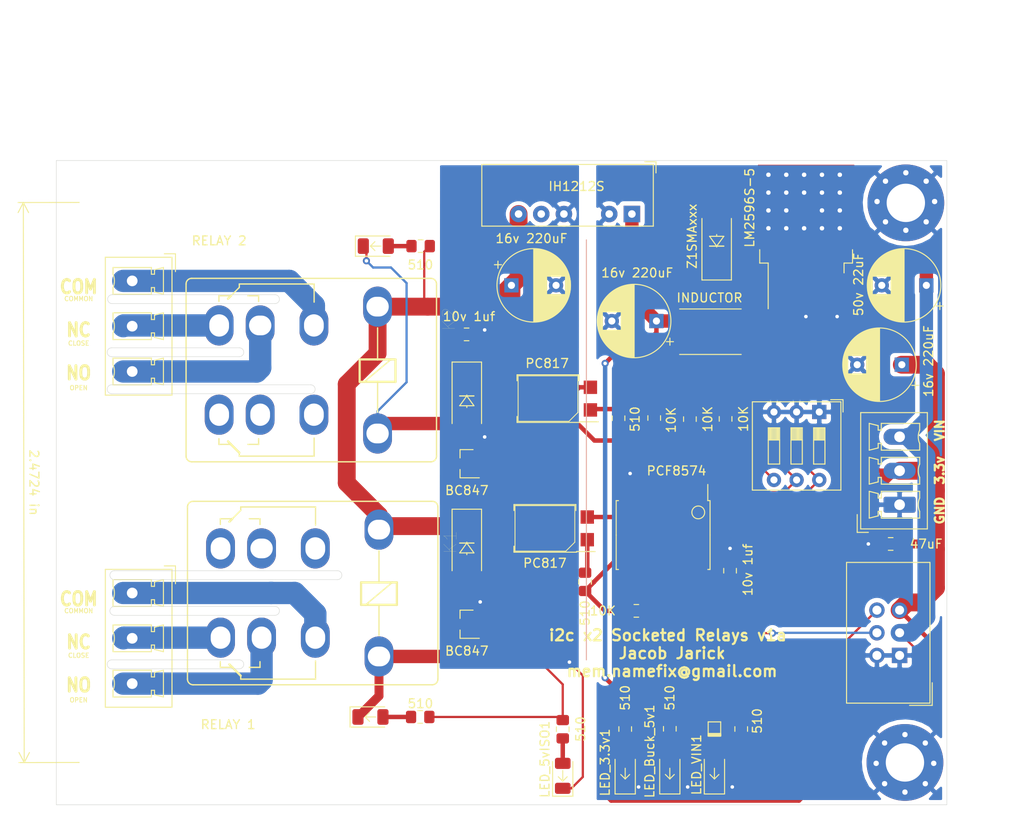
<source format=kicad_pcb>
(kicad_pcb (version 20171130) (host pcbnew "(5.1.4)-1")
  (layers (0 F.Cu signal) (31 B.Cu signal) (34 B.Paste user) (35 F.Paste user) (36 B.SilkS user) (37 F.SilkS user) (38 B.Mask user) (39 F.Mask user) (44 Edge.Cuts user))
  (net 0 "")
  (net 1 GND)
  (net 2 +VDC)
  (net 3 +5V)
  (net 4 +3V3)
  (net 5 GNDA)
  (net 6 +5VA)
  (net 7 "Net-(D1-Pad2)")
  (net 8 "Net-(D1-Pad1)")
  (net 9 "Net-(D2-Pad2)")
  (net 10 "Net-(D2-Pad1)")
  (net 11 "Net-(D5-Pad2)")
  (net 12 "Net-(D5-Pad1)")
  (net 13 "Net-(D6-Pad1)")
  (net 14 sda)
  (net 15 scl)
  (net 16 "Net-(LED_3.3v1-Pad2)")
  (net 17 "Net-(LED_5vISO1-Pad2)")
  (net 18 "Net-(LED_Buck_5v1-Pad2)")
  (net 19 "Net-(Q1-Pad1)")
  (net 20 "Net-(Q2-Pad1)")
  (net 21 "Net-(R1-Pad1)")
  (net 22 "Net-(R2-Pad1)")
  (net 23 "Net-(R9-Pad2)")
  (net 24 "Net-(R10-Pad2)")
  (net 25 "Net-(R11-Pad2)")
  (net 26 "Net-(R12-Pad1)")
  (net 27 p0)
  (net 28 p1)
  (net 29 "Net-(PS1-Pad5)")
  (net 30 "Net-(U4-Pad6)")
  (net 31 "Net-(U4-Pad7)")
  (net 32 "Net-(U4-Pad9)")
  (net 33 "Net-(U4-Pad10)")
  (net 34 "Net-(U4-Pad11)")
  (net 35 "Net-(U4-Pad12)")
  (net 36 com1)
  (net 37 NC1)
  (net 38 NO1)
  (net 39 NC2)
  (net 40 COM2)
  (net 41 NO2)
  (module MountingHole:MountingHole_4.3mm_M4 (layer F.Cu) (at 20 65.5)
    (fp_text reference H7 hide)
    (fp_text value MountingHole)
    (pad 1 np_thru_hole circle (at 0 0) (size 4.3 4.3) (drill 4.3) (layers *.Cu *.Mask))
  )
  (module MountingHole:MountingHole_4.3mm_M4 (layer F.Cu) (at 20 2.75)
    (fp_text reference H6 hide)
    (fp_text value MountingHole)
    (pad 1 np_thru_hole circle (at 0 0) (size 4.3 4.3) (drill 4.3) (layers *.Cu *.Mask))
  )
  (module MountingHole:MountingHole_4.3mm_M4 (layer F.Cu) (at -3.25 34)
    (fp_text reference H5 hide)
    (fp_text value MountingHole)
    (pad 1 np_thru_hole circle (at 0 0) (size 4.3 4.3) (drill 4.3) (layers *.Cu *.Mask))
  )
  (module MountingHole:MountingHole_4.3mm_M4 (layer F.Cu) (at -3.25 2.75)
    (fp_text reference H4 hide)
    (fp_text value MountingHole)
    (pad 1 np_thru_hole circle (at 0 0) (size 4.3 4.3) (drill 4.3) (layers *.Cu *.Mask))
  )
  (module MountingHole:MountingHole_4.3mm_M4_Pad_Via (layer F.Cu) (at 87.1 65.6)
    (fp_text reference H3 hide)
    (fp_text value MountingHole_Pad)
    (pad 1 thru_hole circle (at 2.280419 -2.280419) (size 0.9 0.9) (drill 0.6) (layers *.Cu *.Mask) (net 1 GND))
    (pad 1 thru_hole circle (at 0 -3.225) (size 0.9 0.9) (drill 0.6) (layers *.Cu *.Mask) (net 1 GND))
    (pad 1 thru_hole circle (at -2.280419 -2.280419) (size 0.9 0.9) (drill 0.6) (layers *.Cu *.Mask) (net 1 GND))
    (pad 1 thru_hole circle (at -3.225 0) (size 0.9 0.9) (drill 0.6) (layers *.Cu *.Mask) (net 1 GND))
    (pad 1 thru_hole circle (at -2.280419 2.280419) (size 0.9 0.9) (drill 0.6) (layers *.Cu *.Mask) (net 1 GND))
    (pad 1 thru_hole circle (at 0 3.225) (size 0.9 0.9) (drill 0.6) (layers *.Cu *.Mask) (net 1 GND))
    (pad 1 thru_hole circle (at 2.280419 2.280419) (size 0.9 0.9) (drill 0.6) (layers *.Cu *.Mask) (net 1 GND))
    (pad 1 thru_hole circle (at 3.225 0) (size 0.9 0.9) (drill 0.6) (layers *.Cu *.Mask) (net 1 GND))
    (pad 1 thru_hole circle (at 0 -0.1) (size 8.6 8.6) (drill 4.3) (layers *.Cu *.Mask) (net 1 GND))
  )
  (module MountingHole:MountingHole_4.3mm_M4 (layer F.Cu) (at -3.25 65.5)
    (fp_text reference H2 hide)
    (fp_text value MountingHole)
    (pad "" np_thru_hole circle (at 0 0) (size 4.3 4.3) (drill 4.3) (layers *.Cu *.Mask))
  )
  (module Capacitor_THT:CP_Radial_D8.0mm_P5.00mm (layer F.Cu) (at 86.75 20.9 180)
    (fp_text reference C6 hide)
    (fp_text value "16v 220uF" (at -3 0.4 90) (layer F.SilkS))
    (pad 2 thru_hole circle (at 5 0 180) (size 1.6 1.6) (drill 0.8) (layers *.Cu *.Mask) (net 1 GND))
    (pad 1 thru_hole rect (at 0 0 180) (size 1.6 1.6) (drill 0.8) (layers *.Cu *.Mask) (net 4 +3V3))
  )
  (module LY20:LY20 (layer F.Cu) (at 28.1572 46.5038 270)
    (fp_text reference K1 (at -5.715 -8.001 270) (layer F.SilkS) (effects (font (size 1.4 1.4) (thickness 0.015))))
    (fp_text value LY20)
    (pad O2 thru_hole oval (at 5.0038 17.7546 270) (size 4.5 3.2258) (drill oval 2.5 2.2098) (layers *.Cu *.Mask) (net 37 NC1))
    (pad O1 thru_hole oval (at -5.0038 17.7546 270) (size 4.5 3.2258) (drill oval 2.5 2.2098) (layers *.Cu *.Mask))
    (pad S2 thru_hole oval (at 5.0038 13.1572 270) (size 4.5 3.2258) (drill oval 2.5 2.2098) (layers *.Cu *.Mask) (net 38 NO1))
    (pad S1 thru_hole oval (at -5.0038 13.1572 270) (size 4.5 3.2258) (drill oval 2.2098 2.5) (layers *.Cu *.Mask))
    (pad P2 thru_hole oval (at 5.0038 7.1374 270) (size 4.5 3.2258) (drill oval 2.5 2.2098) (layers *.Cu *.Mask) (net 36 com1))
    (pad P1 thru_hole oval (at -5.0038 7.1374 270) (size 4.5 3.2258) (drill oval 2.5 2.2098) (layers *.Cu *.Mask))
    (pad 2 thru_hole oval (at 7.112 0 270) (size 4.5 3.2258) (drill oval 2.2098 2.5) (layers *.Cu *.Mask) (net 8 "Net-(D1-Pad1)"))
    (pad 1 thru_hole oval (at -7.112 0 270) (size 4.5 3.2258) (drill oval 2.2098 2.5) (layers *.Cu *.Mask) (net 6 +5VA))
  )
  (module Connector_Phoenix_MC:PhoenixContact_MCV_1,5_3-G-3.81_1x03_P3.81mm_Vertical (layer F.Cu) (at 86.5 36.6 90)
    (fp_text reference J4 hide)
    (fp_text value Screw_Terminal_01x03)
    (pad 3 thru_hole oval (at 7.62 0 90) (size 1.8 3.6) (drill 1.2) (layers *.Cu *.Mask) (net 2 +VDC))
    (pad 2 thru_hole oval (at 3.81 0 90) (size 1.8 3.6) (drill 1.2) (layers *.Cu *.Mask) (net 4 +3V3))
    (pad 1 thru_hole roundrect (at 0 0 90) (size 1.8 3.6) (drill 1.2) (layers *.Cu *.Mask) (roundrect_rratio 0.138889) (net 1 GND))
  )
  (module Connector_Phoenix_MC_HighVoltage:PhoenixContact_MCV_1,5_3-G-5.08_1x03_P5.08mm_Vertical (layer F.Cu) (at 0.5 11.5 270)
    (fp_text reference J3 hide)
    (fp_text value Screw_Terminal_01x03)
    (pad 3 thru_hole oval (at 10.16 0 270) (size 1.8 3.6) (drill 1.2) (layers *.Cu *.Mask) (net 41 NO2))
    (pad 2 thru_hole oval (at 5.08 0 270) (size 1.8 3.6) (drill 1.2) (layers *.Cu *.Mask) (net 39 NC2))
    (pad 1 thru_hole roundrect (at 0 0 270) (size 1.8 3.6) (drill 1.2) (layers *.Cu *.Mask) (roundrect_rratio 0.138889) (net 40 COM2))
  )
  (module Connector_Phoenix_MC_HighVoltage:PhoenixContact_MCV_1,5_3-G-5.08_1x03_P5.08mm_Vertical (layer F.Cu) (at 0.5 46.5 270)
    (fp_text reference J2 hide)
    (fp_text value Screw_Terminal_01x03)
    (pad 3 thru_hole oval (at 10.16 0 270) (size 1.8 3.6) (drill 1.2) (layers *.Cu *.Mask) (net 38 NO1))
    (pad 2 thru_hole oval (at 5.08 0 270) (size 1.8 3.6) (drill 1.2) (layers *.Cu *.Mask) (net 37 NC1))
    (pad 1 thru_hole roundrect (at 0 0 270) (size 1.8 3.6) (drill 1.2) (layers *.Cu *.Mask) (roundrect_rratio 0.138889) (net 36 com1))
  )
  (module mylibs:PC817 (layer F.Cu) (at 47.1 24.7 180)
    (fp_text reference U2 hide)
    (fp_text value PC817 (at 0.1 3.95 180) (layer F.SilkS))
    (pad 4 smd rect (at 4.75 -1.27 180) (size 1.5 1.5) (layers F.Cu F.Paste F.Mask) (net 6 +5VA))
    (pad 3 smd rect (at 4.75 1.27 180) (size 1.5 1.5) (layers F.Cu F.Paste F.Mask) (net 20 "Net-(Q2-Pad1)"))
    (pad 2 smd rect (at -4.75 1.27 180) (size 1.5 1.5) (layers F.Cu F.Paste F.Mask) (net 28 p1))
    (pad 1 smd rect (at -4.75 -1.27 180) (size 1.5 1.5) (layers F.Cu F.Paste F.Mask) (net 22 "Net-(R2-Pad1)"))
  )
  (module mylibs:PC817 (layer F.Cu) (at 46.75 39.25 180)
    (fp_text reference U1 hide)
    (fp_text value PC817 (at 0 -3.9 180) (layer F.SilkS))
    (pad 4 smd rect (at 4.75 -1.27 180) (size 1.5 1.5) (layers F.Cu F.Paste F.Mask) (net 6 +5VA))
    (pad 3 smd rect (at 4.75 1.27 180) (size 1.5 1.5) (layers F.Cu F.Paste F.Mask) (net 19 "Net-(Q1-Pad1)"))
    (pad 2 smd rect (at -4.75 1.27 180) (size 1.5 1.5) (layers F.Cu F.Paste F.Mask) (net 27 p0))
    (pad 1 smd rect (at -4.75 -1.27 180) (size 1.5 1.5) (layers F.Cu F.Paste F.Mask) (net 21 "Net-(R1-Pad1)"))
  )
  (module mylibs:LED_1206_3216Metric-witharrow (layer F.Cu) (at 65.75 66.75 90)
    (fp_text reference LED_VIN1 (at 1 -2 90) (layer F.SilkS))
    (fp_text value RED hide)
    (pad 1 smd roundrect (at -1.4 0 90) (size 1.25 1.75) (layers F.Cu F.Paste F.Mask) (roundrect_rratio 0.2) (net 1 GND))
    (pad 2 smd roundrect (at 1.4 0 90) (size 1.25 1.75) (layers F.Cu F.Paste F.Mask) (roundrect_rratio 0.2) (net 11 "Net-(D5-Pad2)"))
  )
  (module mylibs:LED_1206_3216Metric-witharrow (layer F.Cu) (at 48.75 67 90)
    (fp_text reference LED_5vISO1 (at 1.85 -2 90) (layer F.SilkS))
    (fp_text value RED hide)
    (pad 1 smd roundrect (at -1.4 0 90) (size 1.25 1.75) (layers F.Cu F.Paste F.Mask) (roundrect_rratio 0.2) (net 5 GNDA))
    (pad 2 smd roundrect (at 1.4 0 90) (size 1.25 1.75) (layers F.Cu F.Paste F.Mask) (roundrect_rratio 0.2) (net 17 "Net-(LED_5vISO1-Pad2)"))
  )
  (module mylibs:D_SOD-323F-witharrow (layer F.Cu) (at 65.75 61.75 90)
    (fp_text reference D5 hide)
    (fp_text value D_Zener hide)
    (pad 1 smd rect (at -1.1 0 90) (size 0.5 0.5) (layers F.Cu F.Paste F.Mask) (net 12 "Net-(D5-Pad1)"))
    (pad 2 smd rect (at 1.1 0 90) (size 0.5 0.5) (layers F.Cu F.Paste F.Mask) (net 11 "Net-(D5-Pad2)"))
  )
  (module mylibs:LED_1206_3216Metric-witharrow (layer F.Cu) (at 27.8 7.6)
    (fp_text reference D2 hide)
    (fp_text value LED hide)
    (pad 1 smd roundrect (at -1.4 0) (size 1.25 1.75) (layers F.Cu F.Paste F.Mask) (roundrect_rratio 0.2) (net 10 "Net-(D2-Pad1)"))
    (pad 2 smd roundrect (at 1.4 0) (size 1.25 1.75) (layers F.Cu F.Paste F.Mask) (roundrect_rratio 0.2) (net 9 "Net-(D2-Pad2)"))
  )
  (module mylibs:LED_1206_3216Metric-witharrow (layer F.Cu) (at 27.2 60.4)
    (fp_text reference D1 hide)
    (fp_text value LED hide)
    (pad 1 smd roundrect (at -1.4 0) (size 1.25 1.75) (layers F.Cu F.Paste F.Mask) (roundrect_rratio 0.2) (net 8 "Net-(D1-Pad1)"))
    (pad 2 smd roundrect (at 1.4 0) (size 1.25 1.75) (layers F.Cu F.Paste F.Mask) (roundrect_rratio 0.2) (net 7 "Net-(D1-Pad2)"))
  )
  (module mylibs:LED_1206_3216Metric-witharrow (layer F.Cu) (at 60.75 66.75 90)
    (fp_text reference LED_Buck_5v1 (at 2.5 -2.25 90) (layer F.SilkS))
    (fp_text value RED hide)
    (pad 1 smd roundrect (at -1.4 0 90) (size 1.25 1.75) (layers F.Cu F.Paste F.Mask) (roundrect_rratio 0.2) (net 1 GND))
    (pad 2 smd roundrect (at 1.4 0 90) (size 1.25 1.75) (layers F.Cu F.Paste F.Mask) (roundrect_rratio 0.2) (net 18 "Net-(LED_Buck_5v1-Pad2)"))
  )
  (module mylibs:LED_1206_3216Metric-witharrow (layer F.Cu) (at 55.75 66.75 90)
    (fp_text reference LED_3.3v1 (at 1.25 -2.25 90) (layer F.SilkS))
    (fp_text value RED hide)
    (pad 1 smd roundrect (at -1.4 0 90) (size 1.25 1.75) (layers F.Cu F.Paste F.Mask) (roundrect_rratio 0.2) (net 1 GND))
    (pad 2 smd roundrect (at 1.4 0 90) (size 1.25 1.75) (layers F.Cu F.Paste F.Mask) (roundrect_rratio 0.2) (net 16 "Net-(LED_3.3v1-Pad2)"))
  )
  (module Diode_SMD:D_SMA_Handsoldering (layer F.Cu) (at 66 7 90)
    (fp_text reference D6 hide)
    (fp_text value Z1SMAxxx (at 0.5 -2.75 90) (layer F.SilkS))
    (pad 1 smd rect (at -2.5 0 90) (size 3.5 1.8) (layers F.Cu F.Paste F.Mask) (net 13 "Net-(D6-Pad1)"))
    (pad 2 smd rect (at 2.5 0 90) (size 3.5 1.8) (layers F.Cu F.Paste F.Mask) (net 1 GND))
  )
  (module LY20:LY20 (layer F.Cu) (at 28 21.5 270)
    (fp_text reference K2 (at -5.715 -8.001 90) (layer F.SilkS) (effects (font (size 1.4 1.4) (thickness 0.015))))
    (fp_text value LY20)
    (pad O2 thru_hole oval (at 5.0038 17.7546 270) (size 4.5 3.2258) (drill oval 2.5 2.2098) (layers *.Cu *.Mask))
    (pad O1 thru_hole oval (at -5.0038 17.7546 270) (size 4.5 3.2258) (drill oval 2.5 2.2098) (layers *.Cu *.Mask) (net 39 NC2))
    (pad S2 thru_hole oval (at 5.0038 13.1572 270) (size 4.5 3.2258) (drill oval 2.5 2.2098) (layers *.Cu *.Mask))
    (pad S1 thru_hole oval (at -5.0038 13.1572 270) (size 4.5 3.2258) (drill oval 2.2098 2.5) (layers *.Cu *.Mask) (net 41 NO2))
    (pad P2 thru_hole oval (at 5.0038 7.1374 270) (size 4.5 3.2258) (drill oval 2.5 2.2098) (layers *.Cu *.Mask))
    (pad P1 thru_hole oval (at -5.0038 7.1374 270) (size 4.5 3.2258) (drill oval 2.5 2.2098) (layers *.Cu *.Mask) (net 40 COM2))
    (pad 2 thru_hole oval (at 7.112 0 270) (size 4.5 3.2258) (drill oval 2.2098 2.5) (layers *.Cu *.Mask) (net 10 "Net-(D2-Pad1)"))
    (pad 1 thru_hole oval (at -7.112 0 270) (size 4.5 3.2258) (drill oval 2.2098 2.5) (layers *.Cu *.Mask) (net 6 +5VA))
  )
  (module Resistor_SMD:R_0805_2012Metric_Pad1.15x1.40mm_HandSolder (layer F.Cu) (at 32.825 7.6 180)
    (fp_text reference R4 hide)
    (fp_text value 510 (at 0.025 -2.1) (layer F.SilkS))
    (pad 2 smd roundrect (at 1.025 0 180) (size 1.15 1.4) (layers F.Cu F.Paste F.Mask) (roundrect_rratio 0.217391) (net 9 "Net-(D2-Pad2)"))
    (pad 1 smd roundrect (at -1.025 0 180) (size 1.15 1.4) (layers F.Cu F.Paste F.Mask) (roundrect_rratio 0.217391) (net 6 +5VA))
  )
  (module Converter_DCDC:Converter_DCDC_XP_POWER-IHxxxxS_THT (layer F.Cu) (at 56.5 4 270)
    (fp_text reference PS1 hide)
    (fp_text value IH1212S (at -3.1 6.2 180) (layer F.SilkS))
    (pad 6 thru_hole circle (at 0 12.7 270) (size 1.85 1.85) (drill 0.85) (layers *.Cu *.Mask) (net 6 +5VA))
    (pad 5 thru_hole circle (at 0 10.16 270) (size 1.85 1.85) (drill 0.85) (layers *.Cu *.Mask) (net 29 "Net-(PS1-Pad5)"))
    (pad 4 thru_hole circle (at 0 7.62 270) (size 1.85 1.85) (drill 0.85) (layers *.Cu *.Mask) (net 5 GNDA))
    (pad 2 thru_hole circle (at 0 2.54 270) (size 1.85 1.85) (drill 0.85) (layers *.Cu *.Mask) (net 1 GND))
    (pad 1 thru_hole rect (at 0 0 270) (size 1.85 1.85) (drill 0.85) (layers *.Cu *.Mask) (net 3 +5V))
  )
  (module Capacitor_SMD:C_0805_2012Metric_Pad1.15x1.40mm_HandSolder (layer F.Cu) (at 67.5 44 90)
    (fp_text reference C7 hide)
    (fp_text value "10v 1uf" (at 0.1 2 90) (layer F.SilkS))
    (pad 2 smd roundrect (at 1.025 0 90) (size 1.15 1.4) (layers F.Cu F.Paste F.Mask) (roundrect_rratio 0.217391) (net 1 GND))
    (pad 1 smd roundrect (at -1.025 0 90) (size 1.15 1.4) (layers F.Cu F.Paste F.Mask) (roundrect_rratio 0.217391) (net 4 +3V3))
  )
  (module Package_TO_SOT_SMD:SOT-23 (layer F.Cu) (at 38 32 180)
    (fp_text reference Q2 hide)
    (fp_text value BC847 (at 0 -3) (layer F.SilkS))
    (pad 3 smd rect (at 1 0 180) (size 0.9 0.8) (layers F.Cu F.Paste F.Mask) (net 10 "Net-(D2-Pad1)"))
    (pad 2 smd rect (at -1 0.95 180) (size 0.9 0.8) (layers F.Cu F.Paste F.Mask) (net 5 GNDA))
    (pad 1 smd rect (at -1 -0.95 180) (size 0.9 0.8) (layers F.Cu F.Paste F.Mask) (net 20 "Net-(Q2-Pad1)"))
  )
  (module Package_TO_SOT_SMD:SOT-23 (layer F.Cu) (at 38 50 180)
    (fp_text reference Q1 hide)
    (fp_text value BC847 (at 0 -3) (layer F.SilkS))
    (pad 3 smd rect (at 1 0 180) (size 0.9 0.8) (layers F.Cu F.Paste F.Mask) (net 8 "Net-(D1-Pad1)"))
    (pad 2 smd rect (at -1 0.95 180) (size 0.9 0.8) (layers F.Cu F.Paste F.Mask) (net 5 GNDA))
    (pad 1 smd rect (at -1 -0.95 180) (size 0.9 0.8) (layers F.Cu F.Paste F.Mask) (net 19 "Net-(Q1-Pad1)"))
  )
  (module Package_SO:SOIC-16W_7.5x10.3mm_P1.27mm (layer F.Cu) (at 60 40 270)
    (fp_text reference U4 hide)
    (fp_text value PCF8574 (at -7.2 -1.5) (layer F.SilkS))
    (pad 1 smd roundrect (at -4.65 -4.445 270) (size 2.05 0.6) (layers F.Cu F.Paste F.Mask) (net 23 "Net-(R9-Pad2)"))
    (pad 2 smd roundrect (at -4.65 -3.175 270) (size 2.05 0.6) (layers F.Cu F.Paste F.Mask) (net 24 "Net-(R10-Pad2)"))
    (pad 3 smd roundrect (at -4.65 -1.905 270) (size 2.05 0.6) (layers F.Cu F.Paste F.Mask) (net 25 "Net-(R11-Pad2)"))
    (pad 4 smd roundrect (at -4.65 -0.635 270) (size 2.05 0.6) (layers F.Cu F.Paste F.Mask) (net 27 p0))
    (pad 5 smd roundrect (at -4.65 0.635 270) (size 2.05 0.6) (layers F.Cu F.Paste F.Mask) (net 28 p1))
    (pad 6 smd roundrect (at -4.65 1.905 270) (size 2.05 0.6) (layers F.Cu F.Paste F.Mask) (net 30 "Net-(U4-Pad6)"))
    (pad 7 smd roundrect (at -4.65 3.175 270) (size 2.05 0.6) (layers F.Cu F.Paste F.Mask) (net 31 "Net-(U4-Pad7)"))
    (pad 8 smd roundrect (at -4.65 4.445 270) (size 2.05 0.6) (layers F.Cu F.Paste F.Mask) (net 1 GND))
    (pad 9 smd roundrect (at 4.65 4.445 270) (size 2.05 0.6) (layers F.Cu F.Paste F.Mask) (net 32 "Net-(U4-Pad9)"))
    (pad 10 smd roundrect (at 4.65 3.175 270) (size 2.05 0.6) (layers F.Cu F.Paste F.Mask) (net 33 "Net-(U4-Pad10)"))
    (pad 11 smd roundrect (at 4.65 1.905 270) (size 2.05 0.6) (layers F.Cu F.Paste F.Mask) (net 34 "Net-(U4-Pad11)"))
    (pad 12 smd roundrect (at 4.65 0.635 270) (size 2.05 0.6) (layers F.Cu F.Paste F.Mask) (net 35 "Net-(U4-Pad12)"))
    (pad 13 smd roundrect (at 4.65 -0.635 270) (size 2.05 0.6) (layers F.Cu F.Paste F.Mask) (net 26 "Net-(R12-Pad1)"))
    (pad 14 smd roundrect (at 4.65 -1.905 270) (size 2.05 0.6) (layers F.Cu F.Paste F.Mask) (net 15 scl))
    (pad 15 smd roundrect (at 4.65 -3.175 270) (size 2.05 0.6) (layers F.Cu F.Paste F.Mask) (net 14 sda))
    (pad 16 smd roundrect (at 4.65 -4.445 270) (size 2.05 0.6) (layers F.Cu F.Paste F.Mask) (net 4 +3V3))
  )
  (module Package_TO_SOT_SMD:TO-263-5_TabPin3 (layer F.Cu) (at 76.025 6.55 90)
    (fp_text reference U3 hide)
    (fp_text value LM2596S-5 (at 3.25 -6.325 270) (layer F.SilkS))
    (pad 3 smd rect (at 3.375 0 90) (size 9.4 10.8) (layers F.Cu F.Mask) (net 1 GND))
    (pad 5 smd rect (at -5.775 3.4 90) (size 4.6 1.1) (layers F.Cu F.Paste F.Mask) (net 1 GND))
    (pad 4 smd rect (at -5.775 1.7 90) (size 4.6 1.1) (layers F.Cu F.Paste F.Mask) (net 3 +5V))
    (pad 3 smd rect (at -5.775 0 90) (size 4.6 1.1) (layers F.Cu F.Paste F.Mask) (net 1 GND))
    (pad 2 smd rect (at -5.775 -1.7 90) (size 4.6 1.1) (layers F.Cu F.Paste F.Mask) (net 13 "Net-(D6-Pad1)"))
    (pad 1 smd rect (at -5.775 -3.4 90) (size 4.6 1.1) (layers F.Cu F.Paste F.Mask) (net 2 +VDC))
  )
  (module Button_Switch_THT:SW_DIP_SPSTx03_Slide_9.78x9.8mm_W7.62mm_P2.54mm (layer F.Cu) (at 77.5 26.2 270)
    (fp_text reference SW1 hide)
    (fp_text value SW_DIP_x03 hide)
    (pad 6 thru_hole oval (at 7.62 0 270) (size 1.6 1.6) (drill 0.8) (layers *.Cu *.Mask) (net 23 "Net-(R9-Pad2)"))
    (pad 3 thru_hole oval (at 0 5.08 270) (size 1.6 1.6) (drill 0.8) (layers *.Cu *.Mask) (net 1 GND))
    (pad 5 thru_hole oval (at 7.62 2.54 270) (size 1.6 1.6) (drill 0.8) (layers *.Cu *.Mask) (net 24 "Net-(R10-Pad2)"))
    (pad 2 thru_hole oval (at 0 2.54 270) (size 1.6 1.6) (drill 0.8) (layers *.Cu *.Mask) (net 1 GND))
    (pad 4 thru_hole oval (at 7.62 5.08 270) (size 1.6 1.6) (drill 0.8) (layers *.Cu *.Mask) (net 25 "Net-(R11-Pad2)"))
    (pad 1 thru_hole rect (at 0 0 270) (size 1.6 1.6) (drill 0.8) (layers *.Cu *.Mask) (net 1 GND))
  )
  (module Resistor_SMD:R_0805_2012Metric_Pad1.15x1.40mm_HandSolder (layer F.Cu) (at 57 48.5 180)
    (fp_text reference R12 hide)
    (fp_text value 10K (at 3.75 0) (layer F.SilkS))
    (pad 2 smd roundrect (at 1.025 0 180) (size 1.15 1.4) (layers F.Cu F.Paste F.Mask) (roundrect_rratio 0.217391) (net 4 +3V3))
    (pad 1 smd roundrect (at -1.025 0 180) (size 1.15 1.4) (layers F.Cu F.Paste F.Mask) (roundrect_rratio 0.217391) (net 26 "Net-(R12-Pad1)"))
  )
  (module Resistor_SMD:R_0805_2012Metric_Pad1.15x1.40mm_HandSolder (layer F.Cu) (at 59 26.875 270)
    (fp_text reference R11 hide)
    (fp_text value 10K (at 0.225 -1.9 90) (layer F.SilkS))
    (pad 2 smd roundrect (at 1.025 0 270) (size 1.15 1.4) (layers F.Cu F.Paste F.Mask) (roundrect_rratio 0.217391) (net 25 "Net-(R11-Pad2)"))
    (pad 1 smd roundrect (at -1.025 0 270) (size 1.15 1.4) (layers F.Cu F.Paste F.Mask) (roundrect_rratio 0.217391) (net 4 +3V3))
  )
  (module Resistor_SMD:R_0805_2012Metric_Pad1.15x1.40mm_HandSolder (layer F.Cu) (at 63 27 270)
    (fp_text reference R10 hide)
    (fp_text value 10K (at 0 -2 270) (layer F.SilkS))
    (pad 2 smd roundrect (at 1.025 0 270) (size 1.15 1.4) (layers F.Cu F.Paste F.Mask) (roundrect_rratio 0.217391) (net 24 "Net-(R10-Pad2)"))
    (pad 1 smd roundrect (at -1.025 0 270) (size 1.15 1.4) (layers F.Cu F.Paste F.Mask) (roundrect_rratio 0.217391) (net 4 +3V3))
  )
  (module Resistor_SMD:R_0805_2012Metric_Pad1.15x1.40mm_HandSolder (layer F.Cu) (at 67 26.975 270)
    (fp_text reference R9 hide)
    (fp_text value 10K (at 0 -2 90) (layer F.SilkS))
    (pad 2 smd roundrect (at 1.025 0 270) (size 1.15 1.4) (layers F.Cu F.Paste F.Mask) (roundrect_rratio 0.217391) (net 23 "Net-(R9-Pad2)"))
    (pad 1 smd roundrect (at -1.025 0 270) (size 1.15 1.4) (layers F.Cu F.Paste F.Mask) (roundrect_rratio 0.217391) (net 4 +3V3))
  )
  (module Resistor_SMD:R_0805_2012Metric_Pad1.15x1.40mm_HandSolder (layer F.Cu) (at 48.75 61.775 270)
    (fp_text reference R8 hide)
    (fp_text value 510 (at -0.025 -2 90) (layer F.SilkS))
    (pad 2 smd roundrect (at 1.025 0 270) (size 1.15 1.4) (layers F.Cu F.Paste F.Mask) (roundrect_rratio 0.217391) (net 17 "Net-(LED_5vISO1-Pad2)"))
    (pad 1 smd roundrect (at -1.025 0 270) (size 1.15 1.4) (layers F.Cu F.Paste F.Mask) (roundrect_rratio 0.217391) (net 6 +5VA))
  )
  (module Resistor_SMD:R_0805_2012Metric_Pad1.15x1.40mm_HandSolder (layer F.Cu) (at 60.75 61.725 270)
    (fp_text reference R7 hide)
    (fp_text value 510 (at -3.475 0 270) (layer F.SilkS))
    (pad 2 smd roundrect (at 1.025 0 270) (size 1.15 1.4) (layers F.Cu F.Paste F.Mask) (roundrect_rratio 0.217391) (net 18 "Net-(LED_Buck_5v1-Pad2)"))
    (pad 1 smd roundrect (at -1.025 0 270) (size 1.15 1.4) (layers F.Cu F.Paste F.Mask) (roundrect_rratio 0.217391) (net 3 +5V))
  )
  (module Resistor_SMD:R_0805_2012Metric_Pad1.15x1.40mm_HandSolder (layer F.Cu) (at 55.75 61.75 270)
    (fp_text reference R6 hide)
    (fp_text value 510 (at -3.5 0 90) (layer F.SilkS))
    (pad 2 smd roundrect (at 1.025 0 270) (size 1.15 1.4) (layers F.Cu F.Paste F.Mask) (roundrect_rratio 0.217391) (net 16 "Net-(LED_3.3v1-Pad2)"))
    (pad 1 smd roundrect (at -1.025 0 270) (size 1.15 1.4) (layers F.Cu F.Paste F.Mask) (roundrect_rratio 0.217391) (net 4 +3V3))
  )
  (module Resistor_SMD:R_0805_2012Metric_Pad1.15x1.40mm_HandSolder (layer F.Cu) (at 68.75 61.75 90)
    (fp_text reference R5 hide)
    (fp_text value 510 (at 0.9 1.8 90) (layer F.SilkS))
    (pad 2 smd roundrect (at 1.025 0 90) (size 1.15 1.4) (layers F.Cu F.Paste F.Mask) (roundrect_rratio 0.217391) (net 12 "Net-(D5-Pad1)"))
    (pad 1 smd roundrect (at -1.025 0 90) (size 1.15 1.4) (layers F.Cu F.Paste F.Mask) (roundrect_rratio 0.217391) (net 2 +VDC))
  )
  (module Resistor_SMD:R_0805_2012Metric_Pad1.15x1.40mm_HandSolder (layer F.Cu) (at 32.775 60.4 180)
    (fp_text reference R3 hide)
    (fp_text value 510 (at -0.025 1.5) (layer F.SilkS))
    (pad 2 smd roundrect (at 1.025 0 180) (size 1.15 1.4) (layers F.Cu F.Paste F.Mask) (roundrect_rratio 0.217391) (net 7 "Net-(D1-Pad2)"))
    (pad 1 smd roundrect (at -1.025 0 180) (size 1.15 1.4) (layers F.Cu F.Paste F.Mask) (roundrect_rratio 0.217391) (net 6 +5VA))
  )
  (module Resistor_SMD:R_0805_2012Metric_Pad1.15x1.40mm_HandSolder (layer F.Cu) (at 55 26.9 270)
    (fp_text reference R2 hide)
    (fp_text value 510 (at 0.1 -1.85 90) (layer F.SilkS))
    (pad 2 smd roundrect (at 1.025 0 270) (size 1.15 1.4) (layers F.Cu F.Paste F.Mask) (roundrect_rratio 0.217391) (net 4 +3V3))
    (pad 1 smd roundrect (at -1.025 0 270) (size 1.15 1.4) (layers F.Cu F.Paste F.Mask) (roundrect_rratio 0.217391) (net 22 "Net-(R2-Pad1)"))
  )
  (module Resistor_SMD:R_0805_2012Metric_Pad1.15x1.40mm_HandSolder (layer F.Cu) (at 51.25 45.25 270)
    (fp_text reference R1 hide)
    (fp_text value 510 (at 3.5 0 90) (layer F.SilkS))
    (pad 2 smd roundrect (at 1.025 0 270) (size 1.15 1.4) (layers F.Cu F.Paste F.Mask) (roundrect_rratio 0.217391) (net 4 +3V3))
    (pad 1 smd roundrect (at -1.025 0 270) (size 1.15 1.4) (layers F.Cu F.Paste F.Mask) (roundrect_rratio 0.217391) (net 21 "Net-(R1-Pad1)"))
  )
  (module Inductor_SMD:L_Taiyo-Yuden_NR-50xx_HandSoldering (layer F.Cu) (at 65.3 17.2 180)
    (fp_text reference L1 hide)
    (fp_text value INDUCTOR (at 0.1 3.8) (layer F.SilkS))
    (pad 2 smd rect (at 2.25 0 180) (size 2.4 4.2) (layers F.Cu F.Paste F.Mask) (net 3 +5V))
    (pad 1 smd rect (at -2.25 0 180) (size 2.4 4.2) (layers F.Cu F.Paste F.Mask) (net 13 "Net-(D6-Pad1)"))
  )
  (module Connector_IDC:IDC-Header_2x03_P2.54mm_Vertical (layer F.Cu) (at 86.5 53.5 180)
    (fp_text reference J1 hide)
    (fp_text value Conn_02x03_Odd_Even hide)
    (pad 6 thru_hole oval (at 2.54 5.08 180) (size 1.7272 1.7272) (drill 1.016) (layers *.Cu *.Mask) (net 15 scl))
    (pad 5 thru_hole oval (at 0 5.08 180) (size 1.7272 1.7272) (drill 1.016) (layers *.Cu *.Mask) (net 4 +3V3))
    (pad 4 thru_hole oval (at 2.54 2.54 180) (size 1.7272 1.7272) (drill 1.016) (layers *.Cu *.Mask) (net 14 sda))
    (pad 3 thru_hole oval (at 0 2.54 180) (size 1.7272 1.7272) (drill 1.016) (layers *.Cu *.Mask) (net 2 +VDC))
    (pad 2 thru_hole oval (at 2.54 0 180) (size 1.7272 1.7272) (drill 1.016) (layers *.Cu *.Mask) (net 1 GND))
    (pad 1 thru_hole rect (at 0 0 180) (size 1.7272 1.7272) (drill 1.016) (layers *.Cu *.Mask) (net 1 GND))
  )
  (module MountingHole:MountingHole_4.3mm_M4_Pad_Via (layer F.Cu) (at 87.2 2.6)
    (fp_text reference H1 hide)
    (fp_text value MountingHole_Pad hide)
    (pad 1 thru_hole circle (at 2.280419 -2.280419) (size 0.9 0.9) (drill 0.6) (layers *.Cu *.Mask) (net 1 GND))
    (pad 1 thru_hole circle (at 0 -3.225) (size 0.9 0.9) (drill 0.6) (layers *.Cu *.Mask) (net 1 GND))
    (pad 1 thru_hole circle (at -2.280419 -2.280419) (size 0.9 0.9) (drill 0.6) (layers *.Cu *.Mask) (net 1 GND))
    (pad 1 thru_hole circle (at -3.225 0) (size 0.9 0.9) (drill 0.6) (layers *.Cu *.Mask) (net 1 GND))
    (pad 1 thru_hole circle (at -2.280419 2.280419) (size 0.9 0.9) (drill 0.6) (layers *.Cu *.Mask) (net 1 GND))
    (pad 1 thru_hole circle (at 0 3.225) (size 0.9 0.9) (drill 0.6) (layers *.Cu *.Mask) (net 1 GND))
    (pad 1 thru_hole circle (at 2.280419 2.280419) (size 0.9 0.9) (drill 0.6) (layers *.Cu *.Mask) (net 1 GND))
    (pad 1 thru_hole circle (at 3.225 0) (size 0.9 0.9) (drill 0.6) (layers *.Cu *.Mask) (net 1 GND))
    (pad 1 thru_hole circle (at 0 0.15) (size 8.6 8.6) (drill 4.3) (layers *.Cu *.Mask) (net 1 GND))
  )
  (module Diode_SMD:D_SMA_Handsoldering (layer F.Cu) (at 38 25 270)
    (fp_text reference D4 hide)
    (fp_text value DIODE hide)
    (pad 1 smd rect (at -2.5 0 270) (size 3.5 1.8) (layers F.Cu F.Paste F.Mask) (net 6 +5VA))
    (pad 2 smd rect (at 2.5 0 270) (size 3.5 1.8) (layers F.Cu F.Paste F.Mask) (net 10 "Net-(D2-Pad1)"))
  )
  (module Diode_SMD:D_SMA_Handsoldering (layer F.Cu) (at 38 41.5 270)
    (fp_text reference D3 hide)
    (fp_text value DIODE hide)
    (pad 1 smd rect (at -2.5 0 270) (size 3.5 1.8) (layers F.Cu F.Paste F.Mask) (net 6 +5VA))
    (pad 2 smd rect (at 2.5 0 270) (size 3.5 1.8) (layers F.Cu F.Paste F.Mask) (net 8 "Net-(D1-Pad1)"))
  )
  (module Capacitor_SMD:C_0805_2012Metric_Pad1.15x1.40mm_HandSolder (layer F.Cu) (at 37.975 17.5)
    (fp_text reference C5 hide)
    (fp_text value "10v 1uf" (at 0.275 -2) (layer F.SilkS))
    (pad 2 smd roundrect (at 1.025 0) (size 1.15 1.4) (layers F.Cu F.Paste F.Mask) (roundrect_rratio 0.217391) (net 5 GNDA))
    (pad 1 smd roundrect (at -1.025 0) (size 1.15 1.4) (layers F.Cu F.Paste F.Mask) (roundrect_rratio 0.217391) (net 6 +5VA))
  )
  (module Capacitor_THT:CP_Radial_D8.0mm_P5.00mm (layer F.Cu) (at 43 12)
    (fp_text reference C4 hide)
    (fp_text value "16v 220uF" (at 2.25 -5.25 180) (layer F.SilkS))
    (pad 2 thru_hole circle (at 5 0) (size 1.6 1.6) (drill 0.8) (layers *.Cu *.Mask) (net 5 GNDA))
    (pad 1 thru_hole rect (at 0 0) (size 1.6 1.6) (drill 0.8) (layers *.Cu *.Mask) (net 6 +5VA))
  )
  (module Capacitor_SMD:C_0805_2012Metric_Pad1.15x1.40mm_HandSolder (layer F.Cu) (at 85.5 41 180)
    (fp_text reference C3 hide)
    (fp_text value 47uF (at -3.975 0) (layer F.SilkS))
    (pad 2 smd roundrect (at 1.025 0 180) (size 1.15 1.4) (layers F.Cu F.Paste F.Mask) (roundrect_rratio 0.217391) (net 1 GND))
    (pad 1 smd roundrect (at -1.025 0 180) (size 1.15 1.4) (layers F.Cu F.Paste F.Mask) (roundrect_rratio 0.217391) (net 4 +3V3))
  )
  (module Capacitor_THT:CP_Radial_D8.0mm_P5.00mm (layer F.Cu) (at 59.25 16 180)
    (fp_text reference C2 hide)
    (fp_text value "16v 220uF" (at 2.15 5.4) (layer F.SilkS))
    (pad 2 thru_hole circle (at 5 0 180) (size 1.6 1.6) (drill 0.8) (layers *.Cu *.Mask) (net 1 GND))
    (pad 1 thru_hole rect (at 0 0 180) (size 1.6 1.6) (drill 0.8) (layers *.Cu *.Mask) (net 3 +5V))
  )
  (module Capacitor_THT:CP_Radial_D8.0mm_P5.00mm (layer F.Cu) (at 89.5 12 180)
    (fp_text reference C1 hide)
    (fp_text value "50v 22uF" (at 7.6 0.1 90) (layer F.SilkS))
    (pad 2 thru_hole circle (at 5 0 180) (size 1.6 1.6) (drill 0.8) (layers *.Cu *.Mask) (net 1 GND))
    (pad 1 thru_hole rect (at 0 0 180) (size 1.6 1.6) (drill 0.8) (layers *.Cu *.Mask) (net 2 +VDC))
  )
  (dimension 62.80008 (width 0.12) (layer F.SilkS) (gr_text "62.800 mm" (at -12.919817 34.115398 -89.90876476) (layer F.SilkS) (effects (font (size 1 1) (thickness 0.15)))) (feature1 (pts (xy -3.3 2.7) (xy -12.286239 2.714309))) (feature2 (pts (xy -3.2 65.5) (xy -12.186239 65.514309))) (crossbar (pts (xy -11.599819 65.513376) (xy -11.699819 2.713376))) (arrow1a (pts (xy -11.699819 2.713376) (xy -11.111605 3.838945))) (arrow1b (pts (xy -11.699819 2.713376) (xy -12.284445 3.840812))) (arrow2a (pts (xy -11.599819 65.513376) (xy -11.015193 64.38594))) (arrow2b (pts (xy -11.599819 65.513376) (xy -12.188033 64.387807))))
  (gr_text "COM\n\nNC\n\nNO" (at -5.5 52) (layer F.SilkS) (effects (font (size 1.5 1.3) (thickness 0.325))))
  (gr_text CLOSE (at -5.5 53.5) (layer F.SilkS) (effects (font (size 0.5 0.5) (thickness 0.1))))
  (gr_text COMMON (at -5.5 48.5) (layer F.SilkS) (effects (font (size 0.5 0.5) (thickness 0.1))))
  (gr_text OPEN (at -5.5 58.5) (layer F.SilkS) (effects (font (size 0.5 0.5) (thickness 0.1))))
  (gr_line (start -1.8 24.15) (end 20.5 24.15) (layer Edge.Cuts) (width 0.05))
  (gr_arc (start -1.8 23.65) (end -1.8 23.15) (angle -180) (layer Edge.Cuts) (width 0.05))
  (gr_line (start 20.5 23.15) (end -1.8 23.15) (layer Edge.Cuts) (width 0.05))
  (gr_arc (start 20.5 23.65) (end 20.5 24.15) (angle -180) (layer Edge.Cuts) (width 0.05))
  (gr_line (start -1.8 20) (end 12.5 20) (layer Edge.Cuts) (width 0.05))
  (gr_arc (start -1.8 19.5) (end -1.8 19) (angle -180) (layer Edge.Cuts) (width 0.05))
  (gr_line (start 12.5 19) (end -1.8 19) (layer Edge.Cuts) (width 0.05))
  (gr_arc (start 12.5 19.5) (end 12.5 20) (angle -180) (layer Edge.Cuts) (width 0.05))
  (gr_line (start -1.5 45) (end 23.5 45) (layer Edge.Cuts) (width 0.05))
  (gr_arc (start -1.5 44.5) (end -1.5 44) (angle -180) (layer Edge.Cuts) (width 0.05))
  (gr_line (start 23.5 44) (end -1.5 44) (layer Edge.Cuts) (width 0.05))
  (gr_arc (start 23.5 44.5) (end 23.5 45) (angle -180) (layer Edge.Cuts) (width 0.05))
  (gr_line (start -1.8 55) (end 12.5 55) (layer Edge.Cuts) (width 0.05))
  (gr_arc (start -1.8 54.5) (end -1.8 54) (angle -180) (layer Edge.Cuts) (width 0.05))
  (gr_line (start 12.5 54) (end -1.8 54) (layer Edge.Cuts) (width 0.05))
  (gr_arc (start 12.5 54.5) (end 12.5 55) (angle -180) (layer Edge.Cuts) (width 0.05))
  (gr_line (start -1.5 49) (end 16.5 49) (layer Edge.Cuts) (width 0.05))
  (gr_arc (start -1.5 48.5) (end -1.5 48) (angle -180) (layer Edge.Cuts) (width 0.05))
  (gr_line (start 16.5 48) (end -1.5 48) (layer Edge.Cuts) (width 0.05))
  (gr_arc (start 16.5 48.5) (end 16.5 49) (angle -180) (layer Edge.Cuts) (width 0.05))
  (gr_line (start 16.5 13.05) (end -1.75 13.05) (layer Edge.Cuts) (width 0.05))
  (gr_arc (start -1.75 13.55) (end -1.75 13.05) (angle -180) (layer Edge.Cuts) (width 0.05))
  (gr_arc (start 16.5 13.55) (end 16.5 14.05) (angle -180) (layer Edge.Cuts) (width 0.05))
  (gr_line (start -1.75 14.05) (end 16.5 14.05) (layer Edge.Cuts) (width 0.05))
  (gr_text "i2c x2 Socketed Relays v1a \nJacob Jarick\nmem.namefix@gmail.com" (at 61 53.25) (layer F.SilkS) (effects (font (size 1.25 1.25) (thickness 0.25))))
  (gr_text VIN (at 91 28.25 90) (layer F.SilkS) (effects (font (size 1 1) (thickness 0.25))))
  (gr_text 3.3v (at 91 32.75 90) (layer F.SilkS) (effects (font (size 1 1) (thickness 0.25))))
  (gr_text GND (at 91 37.25 90) (layer F.SilkS) (effects (font (size 1 1) (thickness 0.25))))
  (gr_text "RELAY 2" (at 10.25 7) (layer F.SilkS) (effects (font (size 1 1))))
  (gr_text "RELAY 1" (at 11.25 61.25) (layer F.SilkS) (effects (font (size 1 1))))
  (gr_text OPEN (at -5.5 23.5) (layer F.SilkS) (effects (font (size 0.5 0.5) (thickness 0.1))))
  (gr_text COMMON (at -5.5 13.5) (layer F.SilkS) (effects (font (size 0.5 0.5) (thickness 0.1))))
  (gr_text CLOSE (at -5.5 18.5) (layer F.SilkS) (effects (font (size 0.5 0.5) (thickness 0.1))))
  (gr_text "COM\n\nNC\n\nNO" (at -5.5 17) (layer F.SilkS) (effects (font (size 1.5 1.3) (thickness 0.325))))
  (gr_line (start 91.8 -2) (end -8 -2) (layer Edge.Cuts) (width 0.05))
  (gr_line (start 91.8 70.25) (end 91.8 -2) (layer Edge.Cuts) (width 0.05))
  (gr_line (start -8 70.25) (end 91.8 70.25) (layer Edge.Cuts) (width 0.05))
  (gr_line (start -8 -2) (end -8 70.25) (layer Edge.Cuts) (width 0.05))
  (gr_line (start 51.4 6.9) (end 51.4 54) (layer B.SilkS) (width 0.12))
  (via (at 77.8 1.6) (size 1) (drill 0.5) (layers F.Cu B.Cu) (net 1))
  (via (at 77.8 3.6) (size 1) (drill 0.5) (layers F.Cu B.Cu) (net 1))
  (via (at 75.8 1.6) (size 1) (drill 0.5) (layers F.Cu B.Cu) (net 1))
  (via (at 73.8 1.6) (size 1) (drill 0.5) (layers F.Cu B.Cu) (net 1))
  (via (at 73.8 3.6) (size 1) (drill 0.5) (layers F.Cu B.Cu) (net 1))
  (via (at 71.8 5.6) (size 1) (drill 0.5) (layers F.Cu B.Cu) (net 1))
  (via (at 73.8 5.6) (size 1) (drill 0.5) (layers F.Cu B.Cu) (net 1))
  (via (at 75.8 5.6) (size 1) (drill 0.5) (layers F.Cu B.Cu) (net 1))
  (via (at 77.8 5.6) (size 1) (drill 0.5) (layers F.Cu B.Cu) (net 1))
  (via (at 79.8 5.6) (size 1) (drill 0.5) (layers F.Cu B.Cu) (net 1))
  (via (at 79.8 3.6) (size 1) (drill 0.5) (layers F.Cu B.Cu) (net 1))
  (via (at 79.8 1.6) (size 1) (drill 0.5) (layers F.Cu B.Cu) (net 1))
  (via (at 79.8 -0.4) (size 1) (drill 0.5) (layers F.Cu B.Cu) (net 1))
  (via (at 77.8 -0.4) (size 1) (drill 0.5) (layers F.Cu B.Cu) (net 1))
  (via (at 75.8 -0.4) (size 1) (drill 0.5) (layers F.Cu B.Cu) (net 1))
  (via (at 73.8 -0.4) (size 1) (drill 0.5) (layers F.Cu B.Cu) (net 1))
  (via (at 71.8 -0.4) (size 1) (drill 0.5) (layers F.Cu B.Cu) (net 1))
  (via (at 71.8 1.6) (size 1) (drill 0.5) (layers F.Cu B.Cu) (net 1))
  (via (at 71.8 3.6) (size 1) (drill 0.5) (layers F.Cu B.Cu) (net 1))
  (segment (start 79.425 6.575) (end 76.025 3.175) (width 1.5) (layer F.Cu) (net 1))
  (via (at 67.75 68.25) (size 0.8) (drill 0.4) (layers F.Cu B.Cu) (net 1))
  (segment (start 65.75 68.15) (end 67.65 68.15) (width 0.25) (layer F.Cu) (net 1))
  (segment (start 67.65 68.15) (end 67.75 68.25) (width 0.25) (layer F.Cu) (net 1))
  (via (at 62.75 68.25) (size 0.8) (drill 0.4) (layers F.Cu B.Cu) (net 1))
  (segment (start 60.75 68.15) (end 62.65 68.15) (width 0.25) (layer F.Cu) (net 1))
  (segment (start 62.65 68.15) (end 62.75 68.25) (width 0.25) (layer F.Cu) (net 1))
  (via (at 57.25 68.25) (size 0.8) (drill 0.4) (layers F.Cu B.Cu) (net 1))
  (segment (start 55.75 68.15) (end 57.15 68.15) (width 0.25) (layer F.Cu) (net 1))
  (segment (start 57.15 68.15) (end 57.25 68.25) (width 0.25) (layer F.Cu) (net 1))
  (via (at 56.3 33.1) (size 0.8) (drill 0.4) (layers F.Cu B.Cu) (net 1))
  (segment (start 55.555 35.35) (end 55.555 33.845) (width 0.5) (layer F.Cu) (net 1))
  (segment (start 55.555 33.845) (end 56.3 33.1) (width 0.5) (layer F.Cu) (net 1))
  (via (at 79.5 15.5) (size 0.8) (drill 0.4) (layers F.Cu B.Cu) (net 1))
  (segment (start 79.425 12.325) (end 79.425 15.425) (width 1.5) (layer F.Cu) (net 1))
  (segment (start 79.425 15.425) (end 79.5 15.5) (width 1.5) (layer F.Cu) (net 1))
  (via (at 76 15.5) (size 0.8) (drill 0.4) (layers F.Cu B.Cu) (net 1))
  (segment (start 76.025 12.325) (end 76.025 15.475) (width 1.5) (layer F.Cu) (net 1))
  (segment (start 76.025 15.475) (end 76 15.5) (width 1.5) (layer F.Cu) (net 1))
  (via (at 83 41) (size 0.8) (drill 0.4) (layers F.Cu B.Cu) (net 1))
  (segment (start 84.475 41) (end 83 41) (width 1.5) (layer F.Cu) (net 1))
  (via (at 67.5 41.5) (size 0.8) (drill 0.4) (layers F.Cu B.Cu) (net 1))
  (segment (start 67.5 42.975) (end 67.5 41.5) (width 1) (layer F.Cu) (net 1))
  (segment (start 74.7 4.5) (end 76.025 3.175) (width 2) (layer F.Cu) (net 1))
  (segment (start 66 4.5) (end 74.7 4.5) (width 2) (layer F.Cu) (net 1))
  (segment (start 87.721314 50.96) (end 86.5 50.96) (width 2) (layer B.Cu) (net 2))
  (segment (start 89.50001 49.181304) (end 87.721314 50.96) (width 2) (layer B.Cu) (net 2))
  (segment (start 89.50001 31.08001) (end 89.50001 49.181304) (width 2) (layer B.Cu) (net 2))
  (segment (start 87.4 28.98) (end 89.50001 31.08001) (width 2) (layer B.Cu) (net 2))
  (segment (start 88.5 52.96) (end 86.5 50.96) (width 0.25) (layer F.Cu) (net 2))
  (segment (start 80.848372 62.151628) (end 88.5 54.5) (width 0.25) (layer F.Cu) (net 2))
  (segment (start 69.373372 62.151628) (end 80.848372 62.151628) (width 0.25) (layer F.Cu) (net 2))
  (segment (start 68.75 62.775) (end 69.373372 62.151628) (width 0.25) (layer F.Cu) (net 2))
  (segment (start 88.5 54.5) (end 88.5 52.96) (width 0.25) (layer F.Cu) (net 2))
  (segment (start 87.4 28.98) (end 86.5 28.98) (width 1.5) (layer B.Cu) (net 2))
  (segment (start 89.5 26.88) (end 88.69 27.69) (width 1.5) (layer B.Cu) (net 2))
  (segment (start 89.5 12) (end 89.5 26.88) (width 1.5) (layer B.Cu) (net 2))
  (segment (start 88.69 27.69) (end 87.4 28.98) (width 1.5) (layer B.Cu) (net 2))
  (segment (start 72.625 9.464998) (end 72.625 12.325) (width 1.5) (layer F.Cu) (net 2))
  (segment (start 73.014999 9.074999) (end 72.625 9.464998) (width 1.5) (layer F.Cu) (net 2))
  (segment (start 88.874999 9.074999) (end 73.014999 9.074999) (width 1.5) (layer F.Cu) (net 2))
  (segment (start 89.5 9.7) (end 88.874999 9.074999) (width 1.5) (layer F.Cu) (net 2))
  (segment (start 89.5 12) (end 89.5 9.7) (width 1.5) (layer F.Cu) (net 2))
  (segment (start 63.05 19.55) (end 63.05 17.2) (width 0.25) (layer F.Cu) (net 3))
  (segment (start 64 20.5) (end 63.05 19.55) (width 0.25) (layer F.Cu) (net 3))
  (segment (start 74.75 20.5) (end 64 20.5) (width 0.25) (layer F.Cu) (net 3))
  (segment (start 77.725 17.525) (end 74.75 20.5) (width 0.25) (layer F.Cu) (net 3))
  (segment (start 77.725 12.325) (end 77.725 17.525) (width 0.25) (layer F.Cu) (net 3))
  (segment (start 61.85 16) (end 63.05 17.2) (width 1.5) (layer F.Cu) (net 3))
  (segment (start 59.25 16) (end 61.85 16) (width 1.5) (layer F.Cu) (net 3))
  (segment (start 53.5 56) (end 55 57.5) (width 0.5) (layer F.Cu) (net 3))
  (segment (start 55 57.5) (end 57.55 57.5) (width 0.5) (layer F.Cu) (net 3))
  (segment (start 57.55 57.5) (end 60.75 60.7) (width 0.5) (layer F.Cu) (net 3))
  (via (at 53.5 56) (size 0.8) (drill 0.4) (layers F.Cu B.Cu) (net 3))
  (segment (start 56.5 13.25) (end 56.5 4) (width 1.5) (layer F.Cu) (net 3))
  (segment (start 59.25 16) (end 56.5 13.25) (width 1.5) (layer F.Cu) (net 3))
  (segment (start 59.25 17.3) (end 59.25 16) (width 0.5) (layer F.Cu) (net 3))
  (via (at 53.5 20.75) (size 0.8) (drill 0.4) (layers F.Cu B.Cu) (net 3))
  (segment (start 58.275 18.275) (end 59.25 17.3) (width 0.5) (layer F.Cu) (net 3))
  (segment (start 53.5 20.75) (end 53.5 56) (width 0.5) (layer B.Cu) (net 3))
  (segment (start 58.275 18.275) (end 55.975 18.275) (width 0.5) (layer F.Cu) (net 3))
  (segment (start 55.975 18.275) (end 53.5 20.75) (width 0.5) (layer F.Cu) (net 3))
  (segment (start 64.445 44.65) (end 64.445 45.355) (width 1) (layer F.Cu) (net 4))
  (segment (start 64.445 45.355) (end 64.445 45.42) (width 1) (layer F.Cu) (net 4))
  (segment (start 87.363599 47.556401) (end 86.5 48.42) (width 2) (layer F.Cu) (net 4))
  (segment (start 85.6 32.79) (end 86.5 32.79) (width 1.5) (layer F.Cu) (net 4))
  (segment (start 73.365 45.025) (end 85.6 32.79) (width 1.5) (layer F.Cu) (net 4))
  (segment (start 67.5 45.025) (end 73.365 45.025) (width 1.5) (layer F.Cu) (net 4))
  (segment (start 67.125 44.65) (end 67.5 45.025) (width 1) (layer F.Cu) (net 4))
  (segment (start 64.445 44.65) (end 67.125 44.65) (width 1) (layer F.Cu) (net 4))
  (segment (start 90.1 52.02) (end 86.5 48.42) (width 0.5) (layer F.Cu) (net 4))
  (segment (start 55.75 60.725) (end 53.6 62.875) (width 0.5) (layer F.Cu) (net 4))
  (segment (start 53.6 62.875) (end 53.6 69.2) (width 0.5) (layer F.Cu) (net 4))
  (segment (start 53.6 69.2) (end 54.17499 69.77499) (width 0.5) (layer F.Cu) (net 4))
  (segment (start 75.22501 69.77499) (end 90.1 54.9) (width 0.5) (layer F.Cu) (net 4))
  (segment (start 54.17499 69.77499) (end 75.22501 69.77499) (width 0.5) (layer F.Cu) (net 4))
  (segment (start 90.1 54.9) (end 90.1 52.02) (width 0.5) (layer F.Cu) (net 4))
  (segment (start 90.57499 32.51501) (end 90.3 32.79) (width 2) (layer F.Cu) (net 4))
  (segment (start 90.57499 21.92499) (end 90.57499 32.51501) (width 2) (layer F.Cu) (net 4))
  (segment (start 89.55 20.9) (end 90.57499 21.92499) (width 2) (layer F.Cu) (net 4))
  (segment (start 86.75 20.9) (end 89.55 20.9) (width 2) (layer F.Cu) (net 4))
  (segment (start 88.943599 47.556401) (end 90.57499 45.92501) (width 2) (layer F.Cu) (net 4))
  (segment (start 87.363599 47.556401) (end 88.943599 47.556401) (width 2) (layer F.Cu) (net 4))
  (segment (start 90.3 32.79) (end 86.5 32.79) (width 2) (layer F.Cu) (net 4))
  (segment (start 90.57499 33.06499) (end 90.3 32.79) (width 2) (layer F.Cu) (net 4))
  (segment (start 90.57499 35) (end 90.57499 33.06499) (width 2) (layer F.Cu) (net 4))
  (segment (start 90 41) (end 90.57499 41.57499) (width 1) (layer F.Cu) (net 4))
  (segment (start 86.525 41) (end 90 41) (width 1) (layer F.Cu) (net 4))
  (segment (start 90.57499 45.92501) (end 90.57499 41.57499) (width 2) (layer F.Cu) (net 4))
  (segment (start 90.57499 41.57499) (end 90.57499 35) (width 2) (layer F.Cu) (net 4))
  (segment (start 53.475 48.5) (end 51.25 46.275) (width 0.5) (layer F.Cu) (net 4))
  (segment (start 55.975 48.5) (end 53.475 48.5) (width 0.5) (layer F.Cu) (net 4))
  (segment (start 64.445 43.525) (end 64.445 44.65) (width 0.5) (layer F.Cu) (net 4))
  (segment (start 63.17 42.25) (end 64.445 43.525) (width 0.5) (layer F.Cu) (net 4))
  (segment (start 55.25 42.25) (end 63.17 42.25) (width 0.5) (layer F.Cu) (net 4))
  (segment (start 52.2625 45.2375) (end 55.25 42.25) (width 0.5) (layer F.Cu) (net 4))
  (segment (start 51.25 46.275) (end 52.2625 45.2625) (width 0.5) (layer F.Cu) (net 4))
  (segment (start 52.2625 45.2625) (end 52.2625 45.2375) (width 0.5) (layer F.Cu) (net 4))
  (segment (start 68.95 24) (end 67 25.95) (width 0.5) (layer F.Cu) (net 4))
  (segment (start 80 24) (end 68.95 24) (width 0.5) (layer F.Cu) (net 4))
  (segment (start 81.455 25.455) (end 80 24) (width 0.5) (layer F.Cu) (net 4))
  (segment (start 81.455 30.045) (end 81.455 25.455) (width 0.5) (layer F.Cu) (net 4))
  (segment (start 84.2 32.79) (end 81.455 30.045) (width 0.5) (layer F.Cu) (net 4))
  (segment (start 86.5 32.79) (end 84.2 32.79) (width 0.5) (layer F.Cu) (net 4))
  (segment (start 63.025 25.95) (end 63 25.975) (width 0.5) (layer F.Cu) (net 4))
  (segment (start 67 25.95) (end 63.025 25.95) (width 0.5) (layer F.Cu) (net 4))
  (segment (start 59.125 25.975) (end 59 25.85) (width 0.5) (layer F.Cu) (net 4))
  (segment (start 63 25.975) (end 59.125 25.975) (width 0.5) (layer F.Cu) (net 4))
  (segment (start 56.925 27.925) (end 59 25.85) (width 0.5) (layer F.Cu) (net 4))
  (segment (start 55 27.925) (end 56.925 27.925) (width 0.5) (layer F.Cu) (net 4))
  (via (at 40 29) (size 0.8) (drill 0.4) (layers F.Cu B.Cu) (net 5))
  (via (at 40 17) (size 0.8) (drill 0.4) (layers F.Cu B.Cu) (net 5))
  (segment (start 39 18) (end 40 17) (width 0.5) (layer F.Cu) (net 5))
  (via (at 39.5 47.5) (size 0.8) (drill 0.4) (layers F.Cu B.Cu) (net 5))
  (segment (start 39 48) (end 39.5 47.5) (width 1.5) (layer F.Cu) (net 5))
  (segment (start 39 49.05) (end 39 48) (width 1.5) (layer F.Cu) (net 5))
  (segment (start 40 29.565685) (end 40 29) (width 1.5) (layer F.Cu) (net 5))
  (segment (start 40 29.860002) (end 40 29.565685) (width 1.5) (layer F.Cu) (net 5))
  (segment (start 39 30.860002) (end 40 29.860002) (width 1.5) (layer F.Cu) (net 5))
  (segment (start 39 31.05) (end 39 30.860002) (width 1.5) (layer F.Cu) (net 5))
  (segment (start 49.725 68.4) (end 51 67.125) (width 0.25) (layer F.Cu) (net 5))
  (segment (start 48.75 68.4) (end 49.725 68.4) (width 0.25) (layer F.Cu) (net 5))
  (via (at 49.5 54.25) (size 0.8) (drill 0.4) (layers F.Cu B.Cu) (net 5))
  (segment (start 51 67.125) (end 51 55.75) (width 0.25) (layer F.Cu) (net 5))
  (segment (start 51 55.75) (end 49.5 54.25) (width 0.25) (layer F.Cu) (net 5))
  (segment (start 38 22.5) (end 38 23) (width 2) (layer F.Cu) (net 6))
  (segment (start 42.25 34.75) (end 40 37) (width 2) (layer F.Cu) (net 6))
  (segment (start 40 37) (end 38 39) (width 2) (layer F.Cu) (net 6))
  (segment (start 36.95 21.45) (end 38 22.5) (width 0.5) (layer F.Cu) (net 6))
  (segment (start 36.95 18) (end 36.95 21.45) (width 0.5) (layer F.Cu) (net 6))
  (segment (start 38 22.5) (end 38.88 22.5) (width 1) (layer F.Cu) (net 6))
  (segment (start 38.88 22.5) (end 39.94 23.56) (width 1) (layer F.Cu) (net 6))
  (segment (start 39.94 23.56) (end 42.35 25.97) (width 1) (layer F.Cu) (net 6))
  (segment (start 43.8 11.2) (end 43 12) (width 2) (layer F.Cu) (net 6))
  (segment (start 43.8 4) (end 43.8 11.2) (width 2) (layer F.Cu) (net 6))
  (segment (start 38 22.5) (end 39.5 21) (width 2) (layer F.Cu) (net 6))
  (segment (start 28.1572 37.7789) (end 28.1572 39.3918) (width 2) (layer F.Cu) (net 6))
  (segment (start 24.5443 34.166) (end 28.1572 37.7789) (width 2) (layer F.Cu) (net 6))
  (segment (start 24.5443 23.0695) (end 24.5443 34.166) (width 2) (layer F.Cu) (net 6))
  (segment (start 28 19.6138) (end 24.5443 23.0695) (width 2) (layer F.Cu) (net 6))
  (segment (start 28 14.388) (end 28 19.6138) (width 2) (layer F.Cu) (net 6))
  (segment (start 28.549 39) (end 28.1572 39.3918) (width 2) (layer F.Cu) (net 6))
  (segment (start 38 39) (end 28.549 39) (width 2) (layer F.Cu) (net 6))
  (segment (start 40.612 14.388) (end 43 12) (width 2) (layer F.Cu) (net 6))
  (segment (start 33.226628 14.002628) (end 33.612 14.388) (width 0.25) (layer F.Cu) (net 6))
  (segment (start 33.226628 8.223372) (end 33.226628 14.002628) (width 0.25) (layer F.Cu) (net 6))
  (segment (start 33.85 7.6) (end 33.226628 8.223372) (width 0.25) (layer F.Cu) (net 6))
  (segment (start 28 14.388) (end 33.612 14.388) (width 2) (layer F.Cu) (net 6))
  (segment (start 33.612 14.388) (end 40.612 14.388) (width 2) (layer F.Cu) (net 6))
  (segment (start 43 20) (end 43 12) (width 2) (layer F.Cu) (net 6))
  (segment (start 42 21) (end 43 20) (width 2) (layer F.Cu) (net 6))
  (segment (start 39.5 21) (end 42 21) (width 2) (layer F.Cu) (net 6))
  (segment (start 47 24) (end 43 20) (width 2) (layer F.Cu) (net 6))
  (segment (start 47 30) (end 47 24) (width 2) (layer F.Cu) (net 6))
  (segment (start 39.52 40.52) (end 42 40.52) (width 2) (layer F.Cu) (net 6))
  (segment (start 38 39) (end 39.52 40.52) (width 2) (layer F.Cu) (net 6))
  (segment (start 48.75 60.75) (end 48.75 56.75) (width 0.25) (layer F.Cu) (net 6))
  (segment (start 48.75 56.75) (end 46.25 54.25) (width 0.25) (layer F.Cu) (net 6))
  (segment (start 46.25 34.75) (end 44.25 32.75) (width 0.25) (layer F.Cu) (net 6))
  (segment (start 46.25 54.25) (end 46.25 34.75) (width 0.25) (layer F.Cu) (net 6))
  (segment (start 42.25 34.75) (end 44.25 32.75) (width 2) (layer F.Cu) (net 6))
  (segment (start 44.25 32.75) (end 47 30) (width 2) (layer F.Cu) (net 6))
  (segment (start 48.4 60.4) (end 48.75 60.75) (width 0.25) (layer F.Cu) (net 6))
  (segment (start 33.8 60.4) (end 48.4 60.4) (width 0.25) (layer F.Cu) (net 6))
  (segment (start 28.6 60.4) (end 31.75 60.4) (width 0.5) (layer F.Cu) (net 7))
  (segment (start 28.1572 58.0428) (end 25.8 60.4) (width 1) (layer F.Cu) (net 8))
  (segment (start 28.1572 53.6158) (end 28.1572 58.0428) (width 1) (layer F.Cu) (net 8))
  (segment (start 37 45) (end 38 44) (width 1.5) (layer F.Cu) (net 8))
  (segment (start 37 50) (end 37 45) (width 1.5) (layer F.Cu) (net 8))
  (segment (start 37 51.9) (end 37 50) (width 1.5) (layer F.Cu) (net 8))
  (segment (start 35.2842 53.6158) (end 37 51.9) (width 1.5) (layer F.Cu) (net 8))
  (segment (start 28.1572 53.6158) (end 35.2842 53.6158) (width 1.5) (layer F.Cu) (net 8))
  (segment (start 29.2 7.6) (end 31.8 7.6) (width 0.5) (layer F.Cu) (net 9))
  (segment (start 37 28.5) (end 38 27.5) (width 1.5) (layer F.Cu) (net 10))
  (segment (start 37 32) (end 37 28.5) (width 1.5) (layer F.Cu) (net 10))
  (segment (start 29.112 27.5) (end 28 28.612) (width 1.5) (layer F.Cu) (net 10))
  (segment (start 38 27.5) (end 29.112 27.5) (width 1.5) (layer F.Cu) (net 10))
  (segment (start 28 26.112) (end 31.25 22.862) (width 0.25) (layer B.Cu) (net 10))
  (segment (start 28 28.612) (end 28 26.112) (width 0.25) (layer B.Cu) (net 10))
  (segment (start 31.25 22.862) (end 31.25 11.75) (width 0.25) (layer B.Cu) (net 10))
  (segment (start 31.25 11.75) (end 29.5 10) (width 0.25) (layer B.Cu) (net 10))
  (via (at 26.75 9.25) (size 0.8) (drill 0.4) (layers F.Cu B.Cu) (net 10))
  (segment (start 29.5 10) (end 27.5 10) (width 0.25) (layer B.Cu) (net 10))
  (segment (start 27.5 10) (end 26.75 9.25) (width 0.25) (layer B.Cu) (net 10))
  (segment (start 26.75 7.95) (end 26.4 7.6) (width 0.25) (layer F.Cu) (net 10))
  (segment (start 26.75 9.25) (end 26.75 7.95) (width 0.25) (layer F.Cu) (net 10))
  (segment (start 65.05429 64.65429) (end 65.75 65.35) (width 0.25) (layer F.Cu) (net 11))
  (segment (start 65.05429 61.84571) (end 65.05429 64.65429) (width 0.25) (layer F.Cu) (net 11))
  (segment (start 65.75 61.15) (end 65.05429 61.84571) (width 0.25) (layer F.Cu) (net 11))
  (segment (start 65.75 60.65) (end 65.75 61.15) (width 0.25) (layer F.Cu) (net 11))
  (segment (start 66.625 62.85) (end 68.75 60.725) (width 0.25) (layer F.Cu) (net 12))
  (segment (start 65.75 62.85) (end 66.625 62.85) (width 0.25) (layer F.Cu) (net 12))
  (segment (start 68.35 18) (end 67.55 17.2) (width 1.5) (layer F.Cu) (net 13))
  (segment (start 71.510002 18) (end 68.35 18) (width 1.5) (layer F.Cu) (net 13))
  (segment (start 74.325 12.325) (end 74.325 15.185002) (width 1.5) (layer F.Cu) (net 13))
  (segment (start 74.325 15.185002) (end 71.510002 18) (width 1.5) (layer F.Cu) (net 13))
  (segment (start 67.55 11.55) (end 66.75 10.75) (width 1.5) (layer F.Cu) (net 13))
  (segment (start 67.55 17.2) (end 67.55 11.55) (width 1.5) (layer F.Cu) (net 13))
  (via (at 72.25 51) (size 0.8) (drill 0.4) (layers F.Cu B.Cu) (net 14))
  (segment (start 73.42 51) (end 73.46 50.96) (width 0.25) (layer B.Cu) (net 14))
  (segment (start 72.25 51) (end 73.42 51) (width 0.25) (layer B.Cu) (net 14))
  (segment (start 83.96 50.96) (end 73.46 50.96) (width 0.25) (layer B.Cu) (net 14))
  (segment (start 63.175 46.375) (end 63.175 44.65) (width 0.25) (layer F.Cu) (net 14))
  (segment (start 67.8 51) (end 63.175 46.375) (width 0.25) (layer F.Cu) (net 14))
  (segment (start 72.25 51) (end 67.8 51) (width 0.25) (layer F.Cu) (net 14))
  (segment (start 61.905 48.405) (end 61.905 44.65) (width 0.25) (layer F.Cu) (net 15))
  (segment (start 66.5 53) (end 61.905 48.405) (width 0.25) (layer F.Cu) (net 15))
  (segment (start 79.38 53) (end 66.5 53) (width 0.25) (layer F.Cu) (net 15))
  (segment (start 83.96 48.42) (end 79.38 53) (width 0.25) (layer F.Cu) (net 15))
  (segment (start 55.75 62.775) (end 55.75 65.35) (width 0.25) (layer F.Cu) (net 16))
  (segment (start 48.75 65.95) (end 48.75 62.8) (width 0.5) (layer F.Cu) (net 17))
  (segment (start 60.75 62.75) (end 60.75 65.35) (width 0.25) (layer F.Cu) (net 18))
  (segment (start 39.05 50.95) (end 39 50.95) (width 0.5) (layer F.Cu) (net 19))
  (segment (start 43.835 46.165) (end 39.05 50.95) (width 0.5) (layer F.Cu) (net 19))
  (segment (start 43.835 38.565) (end 43.835 46.165) (width 0.5) (layer F.Cu) (net 19))
  (segment (start 43.25 37.98) (end 43.835 38.565) (width 0.5) (layer F.Cu) (net 19))
  (segment (start 42 37.98) (end 43.25 37.98) (width 0.5) (layer F.Cu) (net 19))
  (segment (start 43.6 23.43) (end 42.35 23.43) (width 0.5) (layer F.Cu) (net 20))
  (segment (start 44.185 24.015) (end 43.6 23.43) (width 0.5) (layer F.Cu) (net 20))
  (segment (start 40.20001 31.79999) (end 40.20001 31.49999) (width 0.5) (layer F.Cu) (net 20))
  (segment (start 39.05 32.95) (end 40.20001 31.79999) (width 0.5) (layer F.Cu) (net 20))
  (segment (start 44.185 27.515) (end 44.185 24.015) (width 0.5) (layer F.Cu) (net 20))
  (segment (start 40.20001 31.49999) (end 44.185 27.515) (width 0.5) (layer F.Cu) (net 20))
  (segment (start 39 32.95) (end 39.05 32.95) (width 0.5) (layer F.Cu) (net 20))
  (segment (start 51.75 37.725) (end 51.5 37.975) (width 0.5) (layer F.Cu) (net 27))
  (segment (start 51.5 40.52) (end 51.5 43.975) (width 0.5) (layer F.Cu) (net 21))
  (segment (start 51.945 25.875) (end 51.85 25.97) (width 0.5) (layer F.Cu) (net 22))
  (segment (start 55 25.875) (end 51.945 25.875) (width 0.5) (layer F.Cu) (net 22))
  (segment (start 76.700001 33.020001) (end 77.5 33.82) (width 0.25) (layer F.Cu) (net 23))
  (segment (start 72.303372 28.623372) (end 76.700001 33.020001) (width 0.25) (layer F.Cu) (net 23))
  (segment (start 67.623372 28.623372) (end 72.303372 28.623372) (width 0.25) (layer F.Cu) (net 23))
  (segment (start 67 28) (end 67.623372 28.623372) (width 0.25) (layer F.Cu) (net 23))
  (segment (start 76.700001 34.619999) (end 77.5 33.82) (width 0.25) (layer F.Cu) (net 23))
  (segment (start 75.32 36) (end 76.700001 34.619999) (width 0.25) (layer F.Cu) (net 23))
  (segment (start 65.095 36) (end 75.32 36) (width 0.25) (layer F.Cu) (net 23))
  (segment (start 64.445 35.35) (end 65.095 36) (width 0.25) (layer F.Cu) (net 23))
  (segment (start 73.58 35.2) (end 74.96 33.82) (width 0.25) (layer F.Cu) (net 24))
  (segment (start 71.7 35.2) (end 73.58 35.2) (width 0.25) (layer F.Cu) (net 24))
  (segment (start 69.9 33.4) (end 71.7 35.2) (width 0.25) (layer F.Cu) (net 24))
  (segment (start 64 33.4) (end 69.9 33.4) (width 0.25) (layer F.Cu) (net 24))
  (segment (start 63.175 35.35) (end 63.175 34.225) (width 0.25) (layer F.Cu) (net 24))
  (segment (start 63.175 34.225) (end 64 33.4) (width 0.25) (layer F.Cu) (net 24))
  (segment (start 72.97 31.83) (end 74.96 33.82) (width 0.25) (layer F.Cu) (net 24))
  (segment (start 71.7025 30.5625) (end 72.97 31.83) (width 0.25) (layer F.Cu) (net 24))
  (segment (start 65.5375 30.5625) (end 71.7025 30.5625) (width 0.25) (layer F.Cu) (net 24))
  (segment (start 63 28.025) (end 65.5375 30.5625) (width 0.25) (layer F.Cu) (net 24))
  (segment (start 59.623372 28.523372) (end 59 27.9) (width 0.25) (layer F.Cu) (net 25))
  (segment (start 63.05001 31.95001) (end 59.623372 28.523372) (width 0.25) (layer F.Cu) (net 25))
  (segment (start 70.55001 31.95001) (end 63.05001 31.95001) (width 0.25) (layer F.Cu) (net 25))
  (segment (start 72.42 33.82) (end 70.55001 31.95001) (width 0.25) (layer F.Cu) (net 25))
  (segment (start 61.905 33.09502) (end 61.905 35.35) (width 0.25) (layer F.Cu) (net 25))
  (segment (start 63.05001 31.95001) (end 61.905 33.09502) (width 0.25) (layer F.Cu) (net 25))
  (segment (start 60.635 45.89) (end 60.635 44.65) (width 0.25) (layer F.Cu) (net 26))
  (segment (start 58.025 48.5) (end 60.635 45.89) (width 0.25) (layer F.Cu) (net 26))
  (segment (start 60.635 37.065) (end 60.635 35.35) (width 0.5) (layer F.Cu) (net 27))
  (segment (start 59.72 37.98) (end 60.635 37.065) (width 0.5) (layer F.Cu) (net 27))
  (segment (start 51.5 37.98) (end 59.72 37.98) (width 0.5) (layer F.Cu) (net 27))
  (segment (start 50.6 23.43) (end 51.85 23.43) (width 0.5) (layer F.Cu) (net 28))
  (segment (start 59.365 35.35) (end 59.365 33.965) (width 0.5) (layer F.Cu) (net 28))
  (segment (start 59.365 33.965) (end 54.8 29.4) (width 0.5) (layer F.Cu) (net 28))
  (segment (start 54.8 29.4) (end 52.3 29.4) (width 0.5) (layer F.Cu) (net 28))
  (segment (start 52.3 29.4) (end 49.7 26.8) (width 0.5) (layer F.Cu) (net 28))
  (segment (start 49.7 26.8) (end 49.7 24.33) (width 0.5) (layer F.Cu) (net 28))
  (segment (start 49.7 24.33) (end 50.6 23.43) (width 0.5) (layer F.Cu) (net 28))
  (segment (start 16.072248 46.5) (end 16.076753 46.504505) (width 2.5) (layer B.Cu) (net 36))
  (segment (start -0.5 46.5) (end 16.072248 46.5) (width 2.5) (layer B.Cu) (net 36))
  (segment (start 21.0198 51.5076) (end 21.0198 48.8198) (width 2.5) (layer B.Cu) (net 36))
  (segment (start 18.7 46.5) (end 16.072248 46.5) (width 2.5) (layer B.Cu) (net 36))
  (segment (start 21.0198 48.8198) (end 18.7 46.5) (width 2.5) (layer B.Cu) (net 36))
  (segment (start -0.4276 51.5076) (end -0.5 51.58) (width 2.5) (layer B.Cu) (net 37))
  (segment (start 10.4026 51.5076) (end -0.4276 51.5076) (width 2.5) (layer B.Cu) (net 37))
  (segment (start 15 56.2576) (end 15 51.5076) (width 2.5) (layer B.Cu) (net 38))
  (segment (start 14.5976 56.66) (end 15 56.2576) (width 2.5) (layer B.Cu) (net 38))
  (segment (start -0.5 56.66) (end 14.5976 56.66) (width 2.5) (layer B.Cu) (net 38))
  (segment (start -0.4162 16.4962) (end -0.5 16.58) (width 2.5) (layer B.Cu) (net 39))
  (segment (start 10.2454 16.4962) (end -0.4162 16.4962) (width 2.5) (layer B.Cu) (net 39))
  (segment (start 20.8626 14.2626) (end 20.8626 16.4962) (width 2.5) (layer B.Cu) (net 40))
  (segment (start 18.1 11.5) (end 20.8626 14.2626) (width 2.5) (layer B.Cu) (net 40))
  (segment (start -0.5 11.5) (end 18.1 11.5) (width 2.5) (layer B.Cu) (net 40))
  (segment (start 14.8428 21.2462) (end 14.8428 16.4962) (width 2.5) (layer B.Cu) (net 41))
  (segment (start 14.429 21.66) (end 14.8428 21.2462) (width 2.5) (layer B.Cu) (net 41))
  (segment (start -0.5 21.66) (end 14.429 21.66) (width 2.5) (layer B.Cu) (net 41))
  (zone (net 5) (net_name GNDA) (layer B.Cu) (connect_pads (clearance 0.508)) (min_thickness 0.254) (fill yes (arc_segments 32) (thermal_gap 0.508) (thermal_bridge_width 0.508))
    (polygon (pts (xy 50.575 -3.5) (xy 50.5375 55) (xy 34.9625 55) (xy 35 -3.5)))
  )
  (zone (net 1) (net_name GND) (layer B.Cu) (connect_pads (clearance 0.508)) (min_thickness 0.254) (fill yes (arc_segments 32) (thermal_gap 0.508) (thermal_bridge_width 0.508))
    (polygon (pts (xy 52.5 -5) (xy 100.4 -5) (xy 100.45 70.25) (xy 52.55 70.25)))
  )
)
</source>
